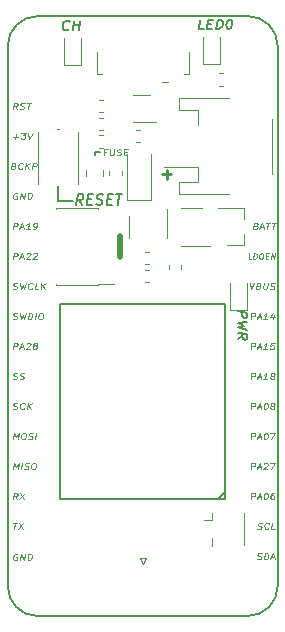
<source format=gto>
G04 #@! TF.GenerationSoftware,KiCad,Pcbnew,(5.1.2-1)-1*
G04 #@! TF.CreationDate,2019-07-04T12:10:22+02:00*
G04 #@! TF.ProjectId,TLM-breakout-v1_2,544c4d2d-6272-4656-916b-6f75742d7631,1.1*
G04 #@! TF.SameCoordinates,Original*
G04 #@! TF.FileFunction,Legend,Top*
G04 #@! TF.FilePolarity,Positive*
%FSLAX46Y46*%
G04 Gerber Fmt 4.6, Leading zero omitted, Abs format (unit mm)*
G04 Created by KiCad (PCBNEW (5.1.2-1)-1) date 2019-07-04 12:10:22*
%MOMM*%
%LPD*%
G04 APERTURE LIST*
%ADD10C,0.500000*%
%ADD11C,0.100000*%
%ADD12C,0.125000*%
%ADD13C,0.112500*%
%ADD14C,0.200000*%
%ADD15C,0.180000*%
%ADD16C,0.175000*%
%ADD17C,0.250000*%
%ADD18C,0.150000*%
%ADD19C,0.120000*%
G04 APERTURE END LIST*
D10*
X134000000Y-87200000D02*
X134000000Y-89000000D01*
D11*
X132806116Y-80087857D02*
X132606116Y-80087857D01*
X132576651Y-80323571D02*
X132632901Y-79873571D01*
X132918616Y-79873571D01*
X133147187Y-79873571D02*
X133101651Y-80237857D01*
X133124866Y-80280714D01*
X133150758Y-80302142D01*
X133205223Y-80323571D01*
X133319508Y-80323571D01*
X133379330Y-80302142D01*
X133410580Y-80280714D01*
X133444508Y-80237857D01*
X133490044Y-79873571D01*
X133693616Y-80302142D02*
X133776651Y-80323571D01*
X133919508Y-80323571D01*
X133979330Y-80302142D01*
X134010580Y-80280714D01*
X134044508Y-80237857D01*
X134049866Y-80195000D01*
X134026651Y-80152142D01*
X134000758Y-80130714D01*
X133946294Y-80109285D01*
X133834687Y-80087857D01*
X133780223Y-80066428D01*
X133754330Y-80045000D01*
X133731116Y-80002142D01*
X133736473Y-79959285D01*
X133770401Y-79916428D01*
X133801651Y-79895000D01*
X133861473Y-79873571D01*
X134004330Y-79873571D01*
X134087366Y-79895000D01*
X134320401Y-80087857D02*
X134520401Y-80087857D01*
X134576651Y-80323571D02*
X134290937Y-80323571D01*
X134347187Y-79873571D01*
X134632901Y-79873571D01*
D12*
X145566064Y-114532380D02*
X145648802Y-114556190D01*
X145791659Y-114556190D01*
X145851778Y-114532380D01*
X145883326Y-114508571D01*
X145917850Y-114460952D01*
X145923802Y-114413333D01*
X145901183Y-114365714D01*
X145875588Y-114341904D01*
X145821421Y-114318095D01*
X145710112Y-114294285D01*
X145655945Y-114270476D01*
X145630350Y-114246666D01*
X145607731Y-114199047D01*
X145613683Y-114151428D01*
X145648207Y-114103809D01*
X145679755Y-114080000D01*
X145739874Y-114056190D01*
X145882731Y-114056190D01*
X145965469Y-114080000D01*
X146163088Y-114556190D02*
X146225588Y-114056190D01*
X146368445Y-114056190D01*
X146451183Y-114080000D01*
X146502374Y-114127619D01*
X146524993Y-114175238D01*
X146541659Y-114270476D01*
X146532731Y-114341904D01*
X146492255Y-114437142D01*
X146457731Y-114484761D01*
X146394636Y-114532380D01*
X146305945Y-114556190D01*
X146163088Y-114556190D01*
X146752374Y-114413333D02*
X147038088Y-114413333D01*
X146677374Y-114556190D02*
X146939874Y-114056190D01*
X147077374Y-114556190D01*
X145594635Y-111972380D02*
X145677373Y-111996190D01*
X145820230Y-111996190D01*
X145880349Y-111972380D01*
X145911897Y-111948571D01*
X145946421Y-111900952D01*
X145952373Y-111853333D01*
X145929754Y-111805714D01*
X145904159Y-111781904D01*
X145849992Y-111758095D01*
X145738683Y-111734285D01*
X145684516Y-111710476D01*
X145658921Y-111686666D01*
X145636302Y-111639047D01*
X145642254Y-111591428D01*
X145676778Y-111543809D01*
X145708325Y-111520000D01*
X145768444Y-111496190D01*
X145911302Y-111496190D01*
X145994040Y-111520000D01*
X146540468Y-111948571D02*
X146508921Y-111972380D01*
X146420230Y-111996190D01*
X146363087Y-111996190D01*
X146280349Y-111972380D01*
X146229159Y-111924761D01*
X146206540Y-111877142D01*
X146189873Y-111781904D01*
X146198802Y-111710476D01*
X146239278Y-111615238D01*
X146273802Y-111567619D01*
X146336897Y-111520000D01*
X146425587Y-111496190D01*
X146482730Y-111496190D01*
X146565468Y-111520000D01*
X146591063Y-111543809D01*
X147077373Y-111996190D02*
X146791659Y-111996190D01*
X146854159Y-111496190D01*
X145020230Y-109466190D02*
X145082730Y-108966190D01*
X145311302Y-108966190D01*
X145365468Y-108990000D01*
X145391063Y-109013809D01*
X145413683Y-109061428D01*
X145404754Y-109132857D01*
X145370230Y-109180476D01*
X145338683Y-109204285D01*
X145278563Y-109228095D01*
X145049992Y-109228095D01*
X145609516Y-109323333D02*
X145895230Y-109323333D01*
X145534516Y-109466190D02*
X145797016Y-108966190D01*
X145934516Y-109466190D01*
X146311302Y-108966190D02*
X146368444Y-108966190D01*
X146422611Y-108990000D01*
X146448206Y-109013809D01*
X146470825Y-109061428D01*
X146487492Y-109156666D01*
X146472611Y-109275714D01*
X146432135Y-109370952D01*
X146397611Y-109418571D01*
X146366063Y-109442380D01*
X146305944Y-109466190D01*
X146248802Y-109466190D01*
X146194635Y-109442380D01*
X146169040Y-109418571D01*
X146146421Y-109370952D01*
X146129754Y-109275714D01*
X146144635Y-109156666D01*
X146185111Y-109061428D01*
X146219635Y-109013809D01*
X146251183Y-108990000D01*
X146311302Y-108966190D01*
X147025587Y-108966190D02*
X146911302Y-108966190D01*
X146851183Y-108990000D01*
X146819635Y-109013809D01*
X146753563Y-109085238D01*
X146713087Y-109180476D01*
X146689278Y-109370952D01*
X146711897Y-109418571D01*
X146737492Y-109442380D01*
X146791659Y-109466190D01*
X146905944Y-109466190D01*
X146966063Y-109442380D01*
X146997611Y-109418571D01*
X147032135Y-109370952D01*
X147047016Y-109251904D01*
X147024397Y-109204285D01*
X146998802Y-109180476D01*
X146944635Y-109156666D01*
X146830349Y-109156666D01*
X146770230Y-109180476D01*
X146738683Y-109204285D01*
X146704159Y-109251904D01*
X145020230Y-106926190D02*
X145082730Y-106426190D01*
X145311302Y-106426190D01*
X145365468Y-106450000D01*
X145391063Y-106473809D01*
X145413683Y-106521428D01*
X145404754Y-106592857D01*
X145370230Y-106640476D01*
X145338683Y-106664285D01*
X145278563Y-106688095D01*
X145049992Y-106688095D01*
X145609516Y-106783333D02*
X145895230Y-106783333D01*
X145534516Y-106926190D02*
X145797016Y-106426190D01*
X145934516Y-106926190D01*
X146162492Y-106473809D02*
X146194040Y-106450000D01*
X146254159Y-106426190D01*
X146397016Y-106426190D01*
X146451183Y-106450000D01*
X146476778Y-106473809D01*
X146499397Y-106521428D01*
X146493444Y-106569047D01*
X146455944Y-106640476D01*
X146077373Y-106926190D01*
X146448802Y-106926190D01*
X146711302Y-106426190D02*
X147111302Y-106426190D01*
X146791659Y-106926190D01*
X145020230Y-104386190D02*
X145082730Y-103886190D01*
X145311302Y-103886190D01*
X145365468Y-103910000D01*
X145391063Y-103933809D01*
X145413683Y-103981428D01*
X145404754Y-104052857D01*
X145370230Y-104100476D01*
X145338683Y-104124285D01*
X145278563Y-104148095D01*
X145049992Y-104148095D01*
X145609516Y-104243333D02*
X145895230Y-104243333D01*
X145534516Y-104386190D02*
X145797016Y-103886190D01*
X145934516Y-104386190D01*
X146311302Y-103886190D02*
X146368444Y-103886190D01*
X146422611Y-103910000D01*
X146448206Y-103933809D01*
X146470825Y-103981428D01*
X146487492Y-104076666D01*
X146472611Y-104195714D01*
X146432135Y-104290952D01*
X146397611Y-104338571D01*
X146366063Y-104362380D01*
X146305944Y-104386190D01*
X146248802Y-104386190D01*
X146194635Y-104362380D01*
X146169040Y-104338571D01*
X146146421Y-104290952D01*
X146129754Y-104195714D01*
X146144635Y-104076666D01*
X146185111Y-103981428D01*
X146219635Y-103933809D01*
X146251183Y-103910000D01*
X146311302Y-103886190D01*
X146711302Y-103886190D02*
X147111302Y-103886190D01*
X146791659Y-104386190D01*
X145020230Y-101846190D02*
X145082730Y-101346190D01*
X145311302Y-101346190D01*
X145365468Y-101370000D01*
X145391063Y-101393809D01*
X145413683Y-101441428D01*
X145404754Y-101512857D01*
X145370230Y-101560476D01*
X145338683Y-101584285D01*
X145278563Y-101608095D01*
X145049992Y-101608095D01*
X145609516Y-101703333D02*
X145895230Y-101703333D01*
X145534516Y-101846190D02*
X145797016Y-101346190D01*
X145934516Y-101846190D01*
X146311302Y-101346190D02*
X146368444Y-101346190D01*
X146422611Y-101370000D01*
X146448206Y-101393809D01*
X146470825Y-101441428D01*
X146487492Y-101536666D01*
X146472611Y-101655714D01*
X146432135Y-101750952D01*
X146397611Y-101798571D01*
X146366063Y-101822380D01*
X146305944Y-101846190D01*
X146248802Y-101846190D01*
X146194635Y-101822380D01*
X146169040Y-101798571D01*
X146146421Y-101750952D01*
X146129754Y-101655714D01*
X146144635Y-101536666D01*
X146185111Y-101441428D01*
X146219635Y-101393809D01*
X146251183Y-101370000D01*
X146311302Y-101346190D01*
X146827373Y-101560476D02*
X146773206Y-101536666D01*
X146747611Y-101512857D01*
X146724992Y-101465238D01*
X146727968Y-101441428D01*
X146762492Y-101393809D01*
X146794040Y-101370000D01*
X146854159Y-101346190D01*
X146968444Y-101346190D01*
X147022611Y-101370000D01*
X147048206Y-101393809D01*
X147070825Y-101441428D01*
X147067849Y-101465238D01*
X147033325Y-101512857D01*
X147001778Y-101536666D01*
X146941659Y-101560476D01*
X146827373Y-101560476D01*
X146767254Y-101584285D01*
X146735706Y-101608095D01*
X146701183Y-101655714D01*
X146689278Y-101750952D01*
X146711897Y-101798571D01*
X146737492Y-101822380D01*
X146791659Y-101846190D01*
X146905944Y-101846190D01*
X146966063Y-101822380D01*
X146997611Y-101798571D01*
X147032135Y-101750952D01*
X147044040Y-101655714D01*
X147021421Y-101608095D01*
X146995825Y-101584285D01*
X146941659Y-101560476D01*
X145020230Y-99306190D02*
X145082730Y-98806190D01*
X145311302Y-98806190D01*
X145365468Y-98830000D01*
X145391063Y-98853809D01*
X145413683Y-98901428D01*
X145404754Y-98972857D01*
X145370230Y-99020476D01*
X145338683Y-99044285D01*
X145278563Y-99068095D01*
X145049992Y-99068095D01*
X145609516Y-99163333D02*
X145895230Y-99163333D01*
X145534516Y-99306190D02*
X145797016Y-98806190D01*
X145934516Y-99306190D01*
X146448802Y-99306190D02*
X146105944Y-99306190D01*
X146277373Y-99306190D02*
X146339873Y-98806190D01*
X146273802Y-98877619D01*
X146210706Y-98925238D01*
X146150587Y-98949047D01*
X146827373Y-99020476D02*
X146773206Y-98996666D01*
X146747611Y-98972857D01*
X146724992Y-98925238D01*
X146727968Y-98901428D01*
X146762492Y-98853809D01*
X146794040Y-98830000D01*
X146854159Y-98806190D01*
X146968444Y-98806190D01*
X147022611Y-98830000D01*
X147048206Y-98853809D01*
X147070825Y-98901428D01*
X147067849Y-98925238D01*
X147033325Y-98972857D01*
X147001778Y-98996666D01*
X146941659Y-99020476D01*
X146827373Y-99020476D01*
X146767254Y-99044285D01*
X146735706Y-99068095D01*
X146701183Y-99115714D01*
X146689278Y-99210952D01*
X146711897Y-99258571D01*
X146737492Y-99282380D01*
X146791659Y-99306190D01*
X146905944Y-99306190D01*
X146966063Y-99282380D01*
X146997611Y-99258571D01*
X147032135Y-99210952D01*
X147044040Y-99115714D01*
X147021421Y-99068095D01*
X146995825Y-99044285D01*
X146941659Y-99020476D01*
X145020230Y-96766190D02*
X145082730Y-96266190D01*
X145311302Y-96266190D01*
X145365468Y-96290000D01*
X145391063Y-96313809D01*
X145413683Y-96361428D01*
X145404754Y-96432857D01*
X145370230Y-96480476D01*
X145338683Y-96504285D01*
X145278563Y-96528095D01*
X145049992Y-96528095D01*
X145609516Y-96623333D02*
X145895230Y-96623333D01*
X145534516Y-96766190D02*
X145797016Y-96266190D01*
X145934516Y-96766190D01*
X146448802Y-96766190D02*
X146105944Y-96766190D01*
X146277373Y-96766190D02*
X146339873Y-96266190D01*
X146273802Y-96337619D01*
X146210706Y-96385238D01*
X146150587Y-96409047D01*
X147054159Y-96266190D02*
X146768444Y-96266190D01*
X146710111Y-96504285D01*
X146741659Y-96480476D01*
X146801778Y-96456666D01*
X146944635Y-96456666D01*
X146998802Y-96480476D01*
X147024397Y-96504285D01*
X147047016Y-96551904D01*
X147032135Y-96670952D01*
X146997611Y-96718571D01*
X146966063Y-96742380D01*
X146905944Y-96766190D01*
X146763087Y-96766190D01*
X146708921Y-96742380D01*
X146683325Y-96718571D01*
X145020230Y-94226190D02*
X145082730Y-93726190D01*
X145311302Y-93726190D01*
X145365468Y-93750000D01*
X145391063Y-93773809D01*
X145413683Y-93821428D01*
X145404754Y-93892857D01*
X145370230Y-93940476D01*
X145338683Y-93964285D01*
X145278563Y-93988095D01*
X145049992Y-93988095D01*
X145609516Y-94083333D02*
X145895230Y-94083333D01*
X145534516Y-94226190D02*
X145797016Y-93726190D01*
X145934516Y-94226190D01*
X146448802Y-94226190D02*
X146105944Y-94226190D01*
X146277373Y-94226190D02*
X146339873Y-93726190D01*
X146273802Y-93797619D01*
X146210706Y-93845238D01*
X146150587Y-93869047D01*
X147004754Y-93892857D02*
X146963087Y-94226190D01*
X146885706Y-93702380D02*
X146698206Y-94059523D01*
X147069635Y-94059523D01*
X144939873Y-91186190D02*
X145077373Y-91686190D01*
X145339873Y-91186190D01*
X145710112Y-91424285D02*
X145792850Y-91448095D01*
X145818445Y-91471904D01*
X145841064Y-91519523D01*
X145832135Y-91590952D01*
X145797612Y-91638571D01*
X145766064Y-91662380D01*
X145705945Y-91686190D01*
X145477373Y-91686190D01*
X145539873Y-91186190D01*
X145739873Y-91186190D01*
X145794040Y-91210000D01*
X145819635Y-91233809D01*
X145842254Y-91281428D01*
X145836302Y-91329047D01*
X145801778Y-91376666D01*
X145770231Y-91400476D01*
X145710112Y-91424285D01*
X145510112Y-91424285D01*
X146139873Y-91186190D02*
X146089278Y-91590952D01*
X146111897Y-91638571D01*
X146137492Y-91662380D01*
X146191659Y-91686190D01*
X146305945Y-91686190D01*
X146366064Y-91662380D01*
X146397612Y-91638571D01*
X146432135Y-91590952D01*
X146482731Y-91186190D01*
X146680350Y-91662380D02*
X146763088Y-91686190D01*
X146905945Y-91686190D01*
X146966064Y-91662380D01*
X146997612Y-91638571D01*
X147032135Y-91590952D01*
X147038088Y-91543333D01*
X147015469Y-91495714D01*
X146989873Y-91471904D01*
X146935707Y-91448095D01*
X146824397Y-91424285D01*
X146770231Y-91400476D01*
X146744635Y-91376666D01*
X146722016Y-91329047D01*
X146727969Y-91281428D01*
X146762492Y-91233809D01*
X146794040Y-91210000D01*
X146854159Y-91186190D01*
X146997016Y-91186190D01*
X147079754Y-91210000D01*
D13*
X145098553Y-89123571D02*
X144860458Y-89123571D01*
X144916708Y-88673571D01*
X145265220Y-89123571D02*
X145321470Y-88673571D01*
X145440517Y-88673571D01*
X145509267Y-88695000D01*
X145551529Y-88737857D01*
X145569981Y-88780714D01*
X145583077Y-88866428D01*
X145575041Y-88930714D01*
X145540517Y-89016428D01*
X145511350Y-89059285D01*
X145458374Y-89102142D01*
X145384267Y-89123571D01*
X145265220Y-89123571D01*
X145916708Y-88673571D02*
X146011946Y-88673571D01*
X146056886Y-88695000D01*
X146099148Y-88737857D01*
X146112243Y-88823571D01*
X146093493Y-88973571D01*
X146058970Y-89059285D01*
X146005993Y-89102142D01*
X145955696Y-89123571D01*
X145860458Y-89123571D01*
X145815517Y-89102142D01*
X145773255Y-89059285D01*
X145760160Y-88973571D01*
X145778910Y-88823571D01*
X145813434Y-88737857D01*
X145866410Y-88695000D01*
X145916708Y-88673571D01*
X146318493Y-88887857D02*
X146485160Y-88887857D01*
X146527124Y-89123571D02*
X146289029Y-89123571D01*
X146345279Y-88673571D01*
X146583374Y-88673571D01*
X146741410Y-89123571D02*
X146797660Y-88673571D01*
X147027124Y-89123571D01*
X147083374Y-88673571D01*
D12*
X145481540Y-86344285D02*
X145564278Y-86368095D01*
X145589873Y-86391904D01*
X145612492Y-86439523D01*
X145603564Y-86510952D01*
X145569040Y-86558571D01*
X145537492Y-86582380D01*
X145477373Y-86606190D01*
X145248802Y-86606190D01*
X145311302Y-86106190D01*
X145511302Y-86106190D01*
X145565469Y-86130000D01*
X145591064Y-86153809D01*
X145613683Y-86201428D01*
X145607730Y-86249047D01*
X145573207Y-86296666D01*
X145541659Y-86320476D01*
X145481540Y-86344285D01*
X145281540Y-86344285D01*
X145838088Y-86463333D02*
X146123802Y-86463333D01*
X145763088Y-86606190D02*
X146025588Y-86106190D01*
X146163088Y-86606190D01*
X146339873Y-86106190D02*
X146682730Y-86106190D01*
X146448802Y-86606190D02*
X146511302Y-86106190D01*
X146797016Y-86106190D02*
X147139873Y-86106190D01*
X146905945Y-86606190D02*
X146968445Y-86106190D01*
X125288325Y-114150000D02*
X125234159Y-114126190D01*
X125148444Y-114126190D01*
X125059754Y-114150000D01*
X124996659Y-114197619D01*
X124962135Y-114245238D01*
X124921659Y-114340476D01*
X124912730Y-114411904D01*
X124929397Y-114507142D01*
X124952016Y-114554761D01*
X125003206Y-114602380D01*
X125085944Y-114626190D01*
X125143087Y-114626190D01*
X125231778Y-114602380D01*
X125263325Y-114578571D01*
X125284159Y-114411904D01*
X125169873Y-114411904D01*
X125514516Y-114626190D02*
X125577016Y-114126190D01*
X125857373Y-114626190D01*
X125919873Y-114126190D01*
X126143087Y-114626190D02*
X126205587Y-114126190D01*
X126348444Y-114126190D01*
X126431183Y-114150000D01*
X126482373Y-114197619D01*
X126504992Y-114245238D01*
X126521659Y-114340476D01*
X126512730Y-114411904D01*
X126472254Y-114507142D01*
X126437730Y-114554761D01*
X126374635Y-114602380D01*
X126285944Y-114626190D01*
X126143087Y-114626190D01*
X124891302Y-111496190D02*
X125234159Y-111496190D01*
X125000230Y-111996190D02*
X125062730Y-111496190D01*
X125377016Y-111496190D02*
X125714516Y-111996190D01*
X125777016Y-111496190D02*
X125314516Y-111996190D01*
X125257373Y-109456190D02*
X125087135Y-109218095D01*
X124914516Y-109456190D02*
X124977016Y-108956190D01*
X125205588Y-108956190D01*
X125259754Y-108980000D01*
X125285350Y-109003809D01*
X125307969Y-109051428D01*
X125299040Y-109122857D01*
X125264516Y-109170476D01*
X125232969Y-109194285D01*
X125172850Y-109218095D01*
X124944278Y-109218095D01*
X125519873Y-108956190D02*
X125857373Y-109456190D01*
X125919873Y-108956190D02*
X125457373Y-109456190D01*
X124914516Y-106916190D02*
X124977016Y-106416190D01*
X125132373Y-106773333D01*
X125377016Y-106416190D01*
X125314516Y-106916190D01*
X125600231Y-106916190D02*
X125662731Y-106416190D01*
X125860350Y-106892380D02*
X125943088Y-106916190D01*
X126085945Y-106916190D01*
X126146064Y-106892380D01*
X126177612Y-106868571D01*
X126212135Y-106820952D01*
X126218088Y-106773333D01*
X126195469Y-106725714D01*
X126169873Y-106701904D01*
X126115707Y-106678095D01*
X126004397Y-106654285D01*
X125950231Y-106630476D01*
X125924635Y-106606666D01*
X125902016Y-106559047D01*
X125907969Y-106511428D01*
X125942492Y-106463809D01*
X125974040Y-106440000D01*
X126034159Y-106416190D01*
X126177016Y-106416190D01*
X126259754Y-106440000D01*
X126634159Y-106416190D02*
X126748445Y-106416190D01*
X126802612Y-106440000D01*
X126853802Y-106487619D01*
X126870469Y-106582857D01*
X126849635Y-106749523D01*
X126809159Y-106844761D01*
X126746064Y-106892380D01*
X126685945Y-106916190D01*
X126571659Y-106916190D01*
X126517492Y-106892380D01*
X126466302Y-106844761D01*
X126449635Y-106749523D01*
X126470469Y-106582857D01*
X126510945Y-106487619D01*
X126574040Y-106440000D01*
X126634159Y-106416190D01*
X124914516Y-104376190D02*
X124977016Y-103876190D01*
X125132373Y-104233333D01*
X125377016Y-103876190D01*
X125314516Y-104376190D01*
X125777016Y-103876190D02*
X125891302Y-103876190D01*
X125945469Y-103900000D01*
X125996659Y-103947619D01*
X126013326Y-104042857D01*
X125992492Y-104209523D01*
X125952016Y-104304761D01*
X125888921Y-104352380D01*
X125828802Y-104376190D01*
X125714516Y-104376190D01*
X125660350Y-104352380D01*
X125609159Y-104304761D01*
X125592492Y-104209523D01*
X125613326Y-104042857D01*
X125653802Y-103947619D01*
X125716897Y-103900000D01*
X125777016Y-103876190D01*
X126203207Y-104352380D02*
X126285945Y-104376190D01*
X126428802Y-104376190D01*
X126488921Y-104352380D01*
X126520469Y-104328571D01*
X126554992Y-104280952D01*
X126560945Y-104233333D01*
X126538326Y-104185714D01*
X126512731Y-104161904D01*
X126458564Y-104138095D01*
X126347254Y-104114285D01*
X126293088Y-104090476D01*
X126267492Y-104066666D01*
X126244873Y-104019047D01*
X126250826Y-103971428D01*
X126285350Y-103923809D01*
X126316897Y-103900000D01*
X126377016Y-103876190D01*
X126519873Y-103876190D01*
X126602612Y-103900000D01*
X126800231Y-104376190D02*
X126862731Y-103876190D01*
X124888921Y-101812380D02*
X124971659Y-101836190D01*
X125114516Y-101836190D01*
X125174635Y-101812380D01*
X125206183Y-101788571D01*
X125240707Y-101740952D01*
X125246659Y-101693333D01*
X125224040Y-101645714D01*
X125198445Y-101621904D01*
X125144278Y-101598095D01*
X125032969Y-101574285D01*
X124978802Y-101550476D01*
X124953207Y-101526666D01*
X124930588Y-101479047D01*
X124936540Y-101431428D01*
X124971064Y-101383809D01*
X125002612Y-101360000D01*
X125062731Y-101336190D01*
X125205588Y-101336190D01*
X125288326Y-101360000D01*
X125834754Y-101788571D02*
X125803207Y-101812380D01*
X125714516Y-101836190D01*
X125657373Y-101836190D01*
X125574635Y-101812380D01*
X125523445Y-101764761D01*
X125500826Y-101717142D01*
X125484159Y-101621904D01*
X125493088Y-101550476D01*
X125533564Y-101455238D01*
X125568088Y-101407619D01*
X125631183Y-101360000D01*
X125719873Y-101336190D01*
X125777016Y-101336190D01*
X125859754Y-101360000D01*
X125885350Y-101383809D01*
X126085945Y-101836190D02*
X126148445Y-101336190D01*
X126428802Y-101836190D02*
X126207373Y-101550476D01*
X126491302Y-101336190D02*
X126112731Y-101621904D01*
X124888921Y-99272380D02*
X124971659Y-99296190D01*
X125114516Y-99296190D01*
X125174635Y-99272380D01*
X125206183Y-99248571D01*
X125240706Y-99200952D01*
X125246659Y-99153333D01*
X125224040Y-99105714D01*
X125198445Y-99081904D01*
X125144278Y-99058095D01*
X125032968Y-99034285D01*
X124978802Y-99010476D01*
X124953206Y-98986666D01*
X124930587Y-98939047D01*
X124936540Y-98891428D01*
X124971064Y-98843809D01*
X125002611Y-98820000D01*
X125062730Y-98796190D01*
X125205587Y-98796190D01*
X125288326Y-98820000D01*
X125460349Y-99272380D02*
X125543087Y-99296190D01*
X125685945Y-99296190D01*
X125746064Y-99272380D01*
X125777611Y-99248571D01*
X125812135Y-99200952D01*
X125818087Y-99153333D01*
X125795468Y-99105714D01*
X125769873Y-99081904D01*
X125715706Y-99058095D01*
X125604397Y-99034285D01*
X125550230Y-99010476D01*
X125524635Y-98986666D01*
X125502016Y-98939047D01*
X125507968Y-98891428D01*
X125542492Y-98843809D01*
X125574040Y-98820000D01*
X125634159Y-98796190D01*
X125777016Y-98796190D01*
X125859754Y-98820000D01*
X124914516Y-96756190D02*
X124977016Y-96256190D01*
X125205588Y-96256190D01*
X125259754Y-96280000D01*
X125285349Y-96303809D01*
X125307969Y-96351428D01*
X125299040Y-96422857D01*
X125264516Y-96470476D01*
X125232969Y-96494285D01*
X125172849Y-96518095D01*
X124944278Y-96518095D01*
X125503802Y-96613333D02*
X125789516Y-96613333D01*
X125428802Y-96756190D02*
X125691302Y-96256190D01*
X125828802Y-96756190D01*
X126056778Y-96303809D02*
X126088326Y-96280000D01*
X126148445Y-96256190D01*
X126291302Y-96256190D01*
X126345469Y-96280000D01*
X126371064Y-96303809D01*
X126393683Y-96351428D01*
X126387730Y-96399047D01*
X126350230Y-96470476D01*
X125971659Y-96756190D01*
X126343088Y-96756190D01*
X126721659Y-96470476D02*
X126667492Y-96446666D01*
X126641897Y-96422857D01*
X126619278Y-96375238D01*
X126622254Y-96351428D01*
X126656778Y-96303809D01*
X126688326Y-96280000D01*
X126748445Y-96256190D01*
X126862730Y-96256190D01*
X126916897Y-96280000D01*
X126942492Y-96303809D01*
X126965111Y-96351428D01*
X126962135Y-96375238D01*
X126927611Y-96422857D01*
X126896064Y-96446666D01*
X126835945Y-96470476D01*
X126721659Y-96470476D01*
X126661540Y-96494285D01*
X126629992Y-96518095D01*
X126595469Y-96565714D01*
X126583564Y-96660952D01*
X126606183Y-96708571D01*
X126631778Y-96732380D01*
X126685945Y-96756190D01*
X126800230Y-96756190D01*
X126860349Y-96732380D01*
X126891897Y-96708571D01*
X126926421Y-96660952D01*
X126938326Y-96565714D01*
X126915707Y-96518095D01*
X126890111Y-96494285D01*
X126835945Y-96470476D01*
X124888921Y-94192380D02*
X124971659Y-94216190D01*
X125114516Y-94216190D01*
X125174635Y-94192380D01*
X125206183Y-94168571D01*
X125240707Y-94120952D01*
X125246659Y-94073333D01*
X125224040Y-94025714D01*
X125198445Y-94001904D01*
X125144278Y-93978095D01*
X125032969Y-93954285D01*
X124978802Y-93930476D01*
X124953207Y-93906666D01*
X124930588Y-93859047D01*
X124936540Y-93811428D01*
X124971064Y-93763809D01*
X125002612Y-93740000D01*
X125062731Y-93716190D01*
X125205588Y-93716190D01*
X125288326Y-93740000D01*
X125491302Y-93716190D02*
X125571659Y-94216190D01*
X125730588Y-93859047D01*
X125800231Y-94216190D01*
X126005588Y-93716190D01*
X126171659Y-94216190D02*
X126234159Y-93716190D01*
X126377016Y-93716190D01*
X126459754Y-93740000D01*
X126510945Y-93787619D01*
X126533564Y-93835238D01*
X126550231Y-93930476D01*
X126541302Y-94001904D01*
X126500826Y-94097142D01*
X126466302Y-94144761D01*
X126403207Y-94192380D01*
X126314516Y-94216190D01*
X126171659Y-94216190D01*
X126771659Y-94216190D02*
X126834159Y-93716190D01*
X127234159Y-93716190D02*
X127348445Y-93716190D01*
X127402612Y-93740000D01*
X127453802Y-93787619D01*
X127470469Y-93882857D01*
X127449635Y-94049523D01*
X127409159Y-94144761D01*
X127346064Y-94192380D01*
X127285945Y-94216190D01*
X127171659Y-94216190D01*
X127117492Y-94192380D01*
X127066302Y-94144761D01*
X127049635Y-94049523D01*
X127070469Y-93882857D01*
X127110945Y-93787619D01*
X127174040Y-93740000D01*
X127234159Y-93716190D01*
X124888921Y-91652380D02*
X124971659Y-91676190D01*
X125114516Y-91676190D01*
X125174635Y-91652380D01*
X125206183Y-91628571D01*
X125240706Y-91580952D01*
X125246659Y-91533333D01*
X125224040Y-91485714D01*
X125198445Y-91461904D01*
X125144278Y-91438095D01*
X125032968Y-91414285D01*
X124978802Y-91390476D01*
X124953206Y-91366666D01*
X124930587Y-91319047D01*
X124936540Y-91271428D01*
X124971064Y-91223809D01*
X125002611Y-91200000D01*
X125062730Y-91176190D01*
X125205587Y-91176190D01*
X125288326Y-91200000D01*
X125491302Y-91176190D02*
X125571659Y-91676190D01*
X125730587Y-91319047D01*
X125800230Y-91676190D01*
X126005587Y-91176190D01*
X126520468Y-91628571D02*
X126488921Y-91652380D01*
X126400230Y-91676190D01*
X126343087Y-91676190D01*
X126260349Y-91652380D01*
X126209159Y-91604761D01*
X126186540Y-91557142D01*
X126169873Y-91461904D01*
X126178802Y-91390476D01*
X126219278Y-91295238D01*
X126253802Y-91247619D01*
X126316897Y-91200000D01*
X126405587Y-91176190D01*
X126462730Y-91176190D01*
X126545468Y-91200000D01*
X126571064Y-91223809D01*
X127057373Y-91676190D02*
X126771659Y-91676190D01*
X126834159Y-91176190D01*
X127257373Y-91676190D02*
X127319873Y-91176190D01*
X127600230Y-91676190D02*
X127378802Y-91390476D01*
X127662730Y-91176190D02*
X127284159Y-91461904D01*
X124914516Y-89136190D02*
X124977016Y-88636190D01*
X125205588Y-88636190D01*
X125259754Y-88660000D01*
X125285349Y-88683809D01*
X125307969Y-88731428D01*
X125299040Y-88802857D01*
X125264516Y-88850476D01*
X125232969Y-88874285D01*
X125172849Y-88898095D01*
X124944278Y-88898095D01*
X125503802Y-88993333D02*
X125789516Y-88993333D01*
X125428802Y-89136190D02*
X125691302Y-88636190D01*
X125828802Y-89136190D01*
X126056778Y-88683809D02*
X126088326Y-88660000D01*
X126148445Y-88636190D01*
X126291302Y-88636190D01*
X126345469Y-88660000D01*
X126371064Y-88683809D01*
X126393683Y-88731428D01*
X126387730Y-88779047D01*
X126350230Y-88850476D01*
X125971659Y-89136190D01*
X126343088Y-89136190D01*
X126628207Y-88683809D02*
X126659754Y-88660000D01*
X126719873Y-88636190D01*
X126862730Y-88636190D01*
X126916897Y-88660000D01*
X126942492Y-88683809D01*
X126965111Y-88731428D01*
X126959159Y-88779047D01*
X126921659Y-88850476D01*
X126543088Y-89136190D01*
X126914516Y-89136190D01*
X124914516Y-86596190D02*
X124977016Y-86096190D01*
X125205588Y-86096190D01*
X125259754Y-86120000D01*
X125285349Y-86143809D01*
X125307969Y-86191428D01*
X125299040Y-86262857D01*
X125264516Y-86310476D01*
X125232969Y-86334285D01*
X125172849Y-86358095D01*
X124944278Y-86358095D01*
X125503802Y-86453333D02*
X125789516Y-86453333D01*
X125428802Y-86596190D02*
X125691302Y-86096190D01*
X125828802Y-86596190D01*
X126343088Y-86596190D02*
X126000230Y-86596190D01*
X126171659Y-86596190D02*
X126234159Y-86096190D01*
X126168088Y-86167619D01*
X126104992Y-86215238D01*
X126044873Y-86239047D01*
X126628802Y-86596190D02*
X126743088Y-86596190D01*
X126803207Y-86572380D01*
X126834754Y-86548571D01*
X126900826Y-86477142D01*
X126941302Y-86381904D01*
X126965111Y-86191428D01*
X126942492Y-86143809D01*
X126916897Y-86120000D01*
X126862730Y-86096190D01*
X126748445Y-86096190D01*
X126688326Y-86120000D01*
X126656778Y-86143809D01*
X126622254Y-86191428D01*
X126607373Y-86310476D01*
X126629992Y-86358095D01*
X126655588Y-86381904D01*
X126709754Y-86405714D01*
X126824040Y-86405714D01*
X126884159Y-86381904D01*
X126915707Y-86358095D01*
X126950230Y-86310476D01*
X125288325Y-83580000D02*
X125234159Y-83556190D01*
X125148444Y-83556190D01*
X125059754Y-83580000D01*
X124996659Y-83627619D01*
X124962135Y-83675238D01*
X124921659Y-83770476D01*
X124912730Y-83841904D01*
X124929397Y-83937142D01*
X124952016Y-83984761D01*
X125003206Y-84032380D01*
X125085944Y-84056190D01*
X125143087Y-84056190D01*
X125231778Y-84032380D01*
X125263325Y-84008571D01*
X125284159Y-83841904D01*
X125169873Y-83841904D01*
X125514516Y-84056190D02*
X125577016Y-83556190D01*
X125857373Y-84056190D01*
X125919873Y-83556190D01*
X126143087Y-84056190D02*
X126205587Y-83556190D01*
X126348444Y-83556190D01*
X126431183Y-83580000D01*
X126482373Y-83627619D01*
X126504992Y-83675238D01*
X126521659Y-83770476D01*
X126512730Y-83841904D01*
X126472254Y-83937142D01*
X126437730Y-83984761D01*
X126374635Y-84032380D01*
X126285944Y-84056190D01*
X126143087Y-84056190D01*
X124971540Y-81264285D02*
X125054278Y-81288095D01*
X125079873Y-81311904D01*
X125102492Y-81359523D01*
X125093563Y-81430952D01*
X125059040Y-81478571D01*
X125027492Y-81502380D01*
X124967373Y-81526190D01*
X124738802Y-81526190D01*
X124801302Y-81026190D01*
X125001302Y-81026190D01*
X125055468Y-81050000D01*
X125081063Y-81073809D01*
X125103683Y-81121428D01*
X125097730Y-81169047D01*
X125063206Y-81216666D01*
X125031659Y-81240476D01*
X124971540Y-81264285D01*
X124771540Y-81264285D01*
X125687611Y-81478571D02*
X125656063Y-81502380D01*
X125567373Y-81526190D01*
X125510230Y-81526190D01*
X125427492Y-81502380D01*
X125376302Y-81454761D01*
X125353683Y-81407142D01*
X125337016Y-81311904D01*
X125345944Y-81240476D01*
X125386421Y-81145238D01*
X125420944Y-81097619D01*
X125484040Y-81050000D01*
X125572730Y-81026190D01*
X125629873Y-81026190D01*
X125712611Y-81050000D01*
X125738206Y-81073809D01*
X125938802Y-81526190D02*
X126001302Y-81026190D01*
X126281659Y-81526190D02*
X126060230Y-81240476D01*
X126344159Y-81026190D02*
X125965587Y-81311904D01*
X126538802Y-81526190D02*
X126601302Y-81026190D01*
X126829873Y-81026190D01*
X126884040Y-81050000D01*
X126909635Y-81073809D01*
X126932254Y-81121428D01*
X126923325Y-81192857D01*
X126888802Y-81240476D01*
X126857254Y-81264285D01*
X126797135Y-81288095D01*
X126568563Y-81288095D01*
X124898325Y-78785714D02*
X125355468Y-78785714D01*
X125103087Y-78976190D02*
X125150706Y-78595238D01*
X125622730Y-78476190D02*
X125994159Y-78476190D01*
X125770349Y-78666666D01*
X125856063Y-78666666D01*
X125910230Y-78690476D01*
X125935825Y-78714285D01*
X125958444Y-78761904D01*
X125943563Y-78880952D01*
X125909040Y-78928571D01*
X125877492Y-78952380D01*
X125817373Y-78976190D01*
X125645944Y-78976190D01*
X125591778Y-78952380D01*
X125566183Y-78928571D01*
X126165587Y-78476190D02*
X126303087Y-78976190D01*
X126565587Y-78476190D01*
X125257373Y-76436190D02*
X125087135Y-76198095D01*
X124914516Y-76436190D02*
X124977016Y-75936190D01*
X125205587Y-75936190D01*
X125259754Y-75960000D01*
X125285349Y-75983809D01*
X125307968Y-76031428D01*
X125299040Y-76102857D01*
X125264516Y-76150476D01*
X125232968Y-76174285D01*
X125172849Y-76198095D01*
X124944278Y-76198095D01*
X125488921Y-76412380D02*
X125571659Y-76436190D01*
X125714516Y-76436190D01*
X125774635Y-76412380D01*
X125806183Y-76388571D01*
X125840706Y-76340952D01*
X125846659Y-76293333D01*
X125824040Y-76245714D01*
X125798444Y-76221904D01*
X125744278Y-76198095D01*
X125632968Y-76174285D01*
X125578802Y-76150476D01*
X125553206Y-76126666D01*
X125530587Y-76079047D01*
X125536540Y-76031428D01*
X125571063Y-75983809D01*
X125602611Y-75960000D01*
X125662730Y-75936190D01*
X125805587Y-75936190D01*
X125888325Y-75960000D01*
X126062730Y-75936190D02*
X126405587Y-75936190D01*
X126171659Y-76436190D02*
X126234159Y-75936190D01*
D14*
X128710000Y-84240000D02*
X128710000Y-83046200D01*
X129980000Y-84240000D02*
X128710000Y-84240000D01*
X131826000Y-80111600D02*
X132300000Y-80111600D01*
X131826000Y-80365600D02*
X131826000Y-80111600D01*
D15*
X143938095Y-93581803D02*
X144738095Y-93681803D01*
X144738095Y-94005613D01*
X144700000Y-94081803D01*
X144661904Y-94117517D01*
X144585714Y-94148470D01*
X144471428Y-94134184D01*
X144395238Y-94084184D01*
X144357142Y-94038946D01*
X144319047Y-93953232D01*
X144319047Y-93629422D01*
X144738095Y-94450851D02*
X143938095Y-94553232D01*
X144509523Y-94786565D01*
X143938095Y-94877041D01*
X144738095Y-95179422D01*
X143938095Y-95888946D02*
X144319047Y-95653232D01*
X143938095Y-95403232D02*
X144738095Y-95503232D01*
X144738095Y-95827041D01*
X144700000Y-95903232D01*
X144661904Y-95938946D01*
X144585714Y-95969898D01*
X144471428Y-95955613D01*
X144395238Y-95905613D01*
X144357142Y-95860375D01*
X144319047Y-95774660D01*
X144319047Y-95450851D01*
D16*
X141081742Y-69649285D02*
X140676980Y-69649285D01*
X140770730Y-68899285D01*
X141414183Y-69256428D02*
X141697516Y-69256428D01*
X141769837Y-69649285D02*
X141365075Y-69649285D01*
X141458825Y-68899285D01*
X141863587Y-68899285D01*
X142134123Y-69649285D02*
X142227873Y-68899285D01*
X142430254Y-68899285D01*
X142547218Y-68935000D01*
X142619242Y-69006428D01*
X142650790Y-69077857D01*
X142673409Y-69220714D01*
X142660016Y-69327857D01*
X142601683Y-69470714D01*
X142552278Y-69542142D01*
X142462397Y-69613571D01*
X142336504Y-69649285D01*
X142134123Y-69649285D01*
X143239778Y-68899285D02*
X143320730Y-68899285D01*
X143397218Y-68935000D01*
X143433230Y-68970714D01*
X143464778Y-69042142D01*
X143487397Y-69185000D01*
X143465075Y-69363571D01*
X143406742Y-69506428D01*
X143357337Y-69577857D01*
X143312397Y-69613571D01*
X143226980Y-69649285D01*
X143146028Y-69649285D01*
X143069540Y-69613571D01*
X143033528Y-69577857D01*
X143001980Y-69506428D01*
X142979361Y-69363571D01*
X143001683Y-69185000D01*
X143060016Y-69042142D01*
X143109421Y-68970714D01*
X143154361Y-68935000D01*
X143239778Y-68899285D01*
X129632209Y-69695714D02*
X129584590Y-69733809D01*
X129451257Y-69771904D01*
X129365543Y-69771904D01*
X129241733Y-69733809D01*
X129165543Y-69657619D01*
X129132209Y-69581428D01*
X129108400Y-69429047D01*
X129122686Y-69314761D01*
X129184590Y-69162380D01*
X129236971Y-69086190D01*
X129332209Y-69010000D01*
X129465543Y-68971904D01*
X129551257Y-68971904D01*
X129675066Y-69010000D01*
X129713162Y-69048095D01*
X130008400Y-69771904D02*
X130108400Y-68971904D01*
X130060781Y-69352857D02*
X130575066Y-69352857D01*
X130522686Y-69771904D02*
X130622686Y-68971904D01*
D14*
X130781979Y-84534523D02*
X130532574Y-84129761D01*
X130267693Y-84534523D02*
X130373943Y-83684523D01*
X130716800Y-83684523D01*
X130797455Y-83725000D01*
X130835252Y-83765476D01*
X130867991Y-83846428D01*
X130852812Y-83967857D01*
X130799836Y-84048809D01*
X130751919Y-84089285D01*
X130661145Y-84129761D01*
X130318288Y-84129761D01*
X131223348Y-84089285D02*
X131523348Y-84089285D01*
X131596264Y-84534523D02*
X131167693Y-84534523D01*
X131273943Y-83684523D01*
X131702514Y-83684523D01*
X131944181Y-84494047D02*
X132067693Y-84534523D01*
X132281979Y-84534523D01*
X132372752Y-84494047D01*
X132420669Y-84453571D01*
X132473645Y-84372619D01*
X132483764Y-84291666D01*
X132451026Y-84210714D01*
X132413229Y-84170238D01*
X132332574Y-84129761D01*
X132166205Y-84089285D01*
X132085550Y-84048809D01*
X132047752Y-84008333D01*
X132015014Y-83927380D01*
X132025133Y-83846428D01*
X132078110Y-83765476D01*
X132126026Y-83725000D01*
X132216800Y-83684523D01*
X132431086Y-83684523D01*
X132554598Y-83725000D01*
X132894776Y-84089285D02*
X133194776Y-84089285D01*
X133267693Y-84534523D02*
X132839122Y-84534523D01*
X132945372Y-83684523D01*
X133373943Y-83684523D01*
X133631086Y-83684523D02*
X134145372Y-83684523D01*
X133781979Y-84534523D02*
X133888229Y-83684523D01*
D17*
X137539047Y-81971428D02*
X138300952Y-81971428D01*
X137920000Y-82352380D02*
X137920000Y-81590476D01*
D18*
X127000000Y-119380000D02*
G75*
G02X124460000Y-116840000I0J2540000D01*
G01*
X147320000Y-116840000D02*
G75*
G02X144780000Y-119380000I-2540000J0D01*
G01*
X144780000Y-68580000D02*
G75*
G02X147320000Y-71120000I0J-2540000D01*
G01*
X124460000Y-71120000D02*
G75*
G02X127000000Y-68580000I2540000J0D01*
G01*
X124460000Y-116840000D02*
X124460000Y-71120000D01*
X144780000Y-119380000D02*
X127000000Y-119380000D01*
X147320000Y-71120000D02*
X147320000Y-116840000D01*
X127000000Y-68580000D02*
X144780000Y-68580000D01*
D19*
X135349720Y-79260000D02*
X135675278Y-79260000D01*
X135349720Y-78240000D02*
X135675278Y-78240000D01*
X133080000Y-82012779D02*
X133080000Y-81687221D01*
X134100000Y-82012779D02*
X134100000Y-81687221D01*
X136437279Y-90040000D02*
X136111721Y-90040000D01*
X136437279Y-91060000D02*
X136111721Y-91060000D01*
X136437279Y-89554100D02*
X136111721Y-89554100D01*
X136437279Y-88534100D02*
X136111721Y-88534100D01*
X132512779Y-75690000D02*
X132187221Y-75690000D01*
X132512779Y-76710000D02*
X132187221Y-76710000D01*
X132187221Y-78691200D02*
X132512779Y-78691200D01*
X132187221Y-79711200D02*
X132512779Y-79711200D01*
X142712779Y-74460000D02*
X142387221Y-74460000D01*
X142712779Y-73440000D02*
X142387221Y-73440000D01*
X138090000Y-89637221D02*
X138090000Y-89962779D01*
X139110000Y-89637221D02*
X139110000Y-89962779D01*
X134570000Y-84150000D02*
X136570000Y-84150000D01*
X136570000Y-84150000D02*
X136570000Y-80250000D01*
X134570000Y-84150000D02*
X134570000Y-80250000D01*
X129186000Y-70447000D02*
X129186000Y-72732000D01*
X129186000Y-72732000D02*
X130656000Y-72732000D01*
X130656000Y-72732000D02*
X130656000Y-70447000D01*
X143265000Y-91150000D02*
X143265000Y-93435000D01*
X143265000Y-93435000D02*
X144735000Y-93435000D01*
X144735000Y-93435000D02*
X144735000Y-91150000D01*
X142435000Y-72605000D02*
X142435000Y-70320000D01*
X140965000Y-72605000D02*
X142435000Y-72605000D01*
X140965000Y-70320000D02*
X140965000Y-72605000D01*
X132510000Y-81591422D02*
X132510000Y-82108578D01*
X131090000Y-81591422D02*
X131090000Y-82108578D01*
X132512779Y-78210000D02*
X132187221Y-78210000D01*
X132512779Y-77190000D02*
X132187221Y-77190000D01*
X144456000Y-110664000D02*
X144456000Y-113364000D01*
X141736000Y-111254000D02*
X141106000Y-111254000D01*
X141736000Y-113414000D02*
X141736000Y-112774000D01*
X141736000Y-110614000D02*
X141736000Y-111254000D01*
X132115000Y-91335000D02*
X128585000Y-91335000D01*
X132115000Y-84865000D02*
X128585000Y-84865000D01*
X133440000Y-91270000D02*
X132115000Y-91270000D01*
X132115000Y-91335000D02*
X132115000Y-91270000D01*
X128585000Y-91335000D02*
X128585000Y-91270000D01*
X132115000Y-84930000D02*
X132115000Y-84865000D01*
X128585000Y-84930000D02*
X128585000Y-84865000D01*
X139150000Y-88060000D02*
X141600000Y-88060000D01*
X140950000Y-84840000D02*
X139150000Y-84840000D01*
X144460000Y-87980000D02*
X144460000Y-87050000D01*
X144460000Y-84820000D02*
X144460000Y-85750000D01*
X144460000Y-84820000D02*
X142300000Y-84820000D01*
X144460000Y-87980000D02*
X143000000Y-87980000D01*
X134690000Y-85550000D02*
X134690000Y-87350000D01*
X137910000Y-87350000D02*
X137910000Y-84900000D01*
X143240000Y-83660000D02*
X138990000Y-83660000D01*
X138990000Y-83660000D02*
X138990000Y-82640000D01*
X138990000Y-82640000D02*
X140590000Y-82640000D01*
X140590000Y-82640000D02*
X140590000Y-81360000D01*
X140590000Y-81360000D02*
X137700000Y-81360000D01*
X143240000Y-75540000D02*
X138990000Y-75540000D01*
X138990000Y-75540000D02*
X138990000Y-76560000D01*
X138990000Y-76560000D02*
X140590000Y-76560000D01*
X140590000Y-76560000D02*
X140590000Y-77840000D01*
X146810000Y-81940000D02*
X146810000Y-77260000D01*
X135640000Y-114430000D02*
X135890000Y-114930000D01*
X136140000Y-114430000D02*
X135640000Y-114430000D01*
X135890000Y-114930000D02*
X136140000Y-114430000D01*
X135100000Y-77560000D02*
X137000000Y-77560000D01*
X136500000Y-75240000D02*
X135100000Y-75240000D01*
X128670000Y-78160000D02*
X128770000Y-78160000D01*
X130430000Y-82780000D02*
X130430000Y-78380000D01*
X127010000Y-78380000D02*
X127010000Y-82780000D01*
X128660000Y-82990000D02*
X128760000Y-82990000D01*
X138000000Y-74150000D02*
X137550000Y-74150000D01*
X132000000Y-73462500D02*
X132450000Y-73462500D01*
X132000000Y-71612500D02*
X132000000Y-73462500D01*
X139800000Y-71612500D02*
X139800000Y-73462500D01*
X139800000Y-73462500D02*
X139350000Y-73462500D01*
D18*
X142875000Y-109474000D02*
X128905000Y-109474000D01*
X128905000Y-109474000D02*
X128905000Y-92964000D01*
X128905000Y-92964000D02*
X142875000Y-92964000D01*
X142875000Y-92964000D02*
X142875000Y-109474000D01*
X142240000Y-109474000D02*
X142875000Y-108839000D01*
M02*

</source>
